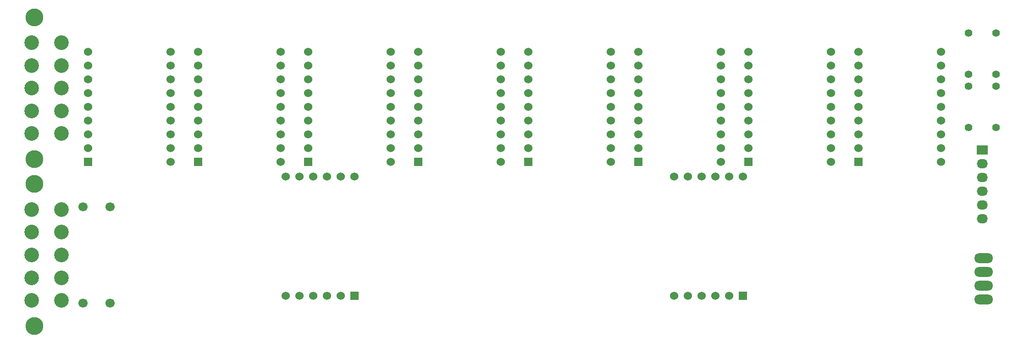
<source format=gbs>
G04 #@! TF.FileFunction,Soldermask,Bot*
%FSLAX46Y46*%
G04 Gerber Fmt 4.6, Leading zero omitted, Abs format (unit mm)*
G04 Created by KiCad (PCBNEW 4.0.0-rc1-stable) date 10/14/2015 11:53:49 PM*
%MOMM*%
G01*
G04 APERTURE LIST*
%ADD10C,0.100000*%
%ADD11C,1.700000*%
%ADD12O,3.500120X1.800860*%
%ADD13C,2.700000*%
%ADD14C,3.300000*%
%ADD15R,2.032000X1.727200*%
%ADD16O,2.032000X1.727200*%
%ADD17C,1.397000*%
%ADD18R,1.524000X1.524000*%
%ADD19C,1.524000*%
G04 APERTURE END LIST*
D10*
D11*
X77112500Y-117147500D03*
X72112500Y-117147500D03*
X72112500Y-134947500D03*
X77112500Y-134947500D03*
D12*
X238442500Y-134302500D03*
X238442500Y-131762500D03*
X238442500Y-129222500D03*
X238442500Y-126682500D03*
D13*
X68155000Y-95250000D03*
X62655000Y-95250000D03*
X68155000Y-99450000D03*
X62655000Y-99450000D03*
X68155000Y-103650000D03*
X62655000Y-103650000D03*
X62655000Y-91050000D03*
X68155000Y-91050000D03*
X62655000Y-86850000D03*
X68155000Y-86850000D03*
D14*
X63115000Y-108350000D03*
X63115000Y-82150000D03*
D13*
X68155000Y-126047500D03*
X62655000Y-126047500D03*
X68155000Y-130247500D03*
X62655000Y-130247500D03*
X68155000Y-134447500D03*
X62655000Y-134447500D03*
X62655000Y-121847500D03*
X68155000Y-121847500D03*
X62655000Y-117647500D03*
X68155000Y-117647500D03*
D14*
X63115000Y-139147500D03*
X63115000Y-112947500D03*
D15*
X238125000Y-106680000D03*
D16*
X238125000Y-109220000D03*
X238125000Y-111760000D03*
X238125000Y-114300000D03*
X238125000Y-116840000D03*
X238125000Y-119380000D03*
D17*
X235585000Y-85090000D03*
X240665000Y-85090000D03*
X235585000Y-92710000D03*
X240665000Y-92710000D03*
X235585000Y-94932500D03*
X240665000Y-94932500D03*
X235585000Y-102552500D03*
X240665000Y-102552500D03*
D18*
X122237500Y-133555000D03*
D19*
X119697500Y-133555000D03*
X117157500Y-133555000D03*
X114617500Y-133555000D03*
X112077500Y-133555000D03*
X109537500Y-133555000D03*
X109537500Y-111555000D03*
X112077500Y-111555000D03*
X114617500Y-111555000D03*
X117157500Y-111555000D03*
X119697500Y-111555000D03*
X122237500Y-111555000D03*
D18*
X193992500Y-133555000D03*
D19*
X191452500Y-133555000D03*
X188912500Y-133555000D03*
X186372500Y-133555000D03*
X183832500Y-133555000D03*
X181292500Y-133555000D03*
X181292500Y-111555000D03*
X183832500Y-111555000D03*
X186372500Y-111555000D03*
X188912500Y-111555000D03*
X191452500Y-111555000D03*
X193992500Y-111555000D03*
X215265000Y-103822500D03*
X215265000Y-101282500D03*
X215265000Y-98742500D03*
X215265000Y-96202500D03*
X215265000Y-93662500D03*
X215265000Y-91122500D03*
X215265000Y-88582500D03*
X230505000Y-88582500D03*
X230505000Y-91122500D03*
X230505000Y-93662500D03*
X230505000Y-96202500D03*
X230505000Y-98742500D03*
X230505000Y-101282500D03*
X230505000Y-103822500D03*
X215265000Y-106362500D03*
D18*
X215265000Y-108902500D03*
D19*
X230505000Y-106362500D03*
X230505000Y-108902500D03*
X194945000Y-103822500D03*
X194945000Y-101282500D03*
X194945000Y-98742500D03*
X194945000Y-96202500D03*
X194945000Y-93662500D03*
X194945000Y-91122500D03*
X194945000Y-88582500D03*
X210185000Y-88582500D03*
X210185000Y-91122500D03*
X210185000Y-93662500D03*
X210185000Y-96202500D03*
X210185000Y-98742500D03*
X210185000Y-101282500D03*
X210185000Y-103822500D03*
X194945000Y-106362500D03*
D18*
X194945000Y-108902500D03*
D19*
X210185000Y-106362500D03*
X210185000Y-108902500D03*
X174625000Y-103822500D03*
X174625000Y-101282500D03*
X174625000Y-98742500D03*
X174625000Y-96202500D03*
X174625000Y-93662500D03*
X174625000Y-91122500D03*
X174625000Y-88582500D03*
X189865000Y-88582500D03*
X189865000Y-91122500D03*
X189865000Y-93662500D03*
X189865000Y-96202500D03*
X189865000Y-98742500D03*
X189865000Y-101282500D03*
X189865000Y-103822500D03*
X174625000Y-106362500D03*
D18*
X174625000Y-108902500D03*
D19*
X189865000Y-106362500D03*
X189865000Y-108902500D03*
X154305000Y-103822500D03*
X154305000Y-101282500D03*
X154305000Y-98742500D03*
X154305000Y-96202500D03*
X154305000Y-93662500D03*
X154305000Y-91122500D03*
X154305000Y-88582500D03*
X169545000Y-88582500D03*
X169545000Y-91122500D03*
X169545000Y-93662500D03*
X169545000Y-96202500D03*
X169545000Y-98742500D03*
X169545000Y-101282500D03*
X169545000Y-103822500D03*
X154305000Y-106362500D03*
D18*
X154305000Y-108902500D03*
D19*
X169545000Y-106362500D03*
X169545000Y-108902500D03*
X133985000Y-103822500D03*
X133985000Y-101282500D03*
X133985000Y-98742500D03*
X133985000Y-96202500D03*
X133985000Y-93662500D03*
X133985000Y-91122500D03*
X133985000Y-88582500D03*
X149225000Y-88582500D03*
X149225000Y-91122500D03*
X149225000Y-93662500D03*
X149225000Y-96202500D03*
X149225000Y-98742500D03*
X149225000Y-101282500D03*
X149225000Y-103822500D03*
X133985000Y-106362500D03*
D18*
X133985000Y-108902500D03*
D19*
X149225000Y-106362500D03*
X149225000Y-108902500D03*
X113665000Y-103822500D03*
X113665000Y-101282500D03*
X113665000Y-98742500D03*
X113665000Y-96202500D03*
X113665000Y-93662500D03*
X113665000Y-91122500D03*
X113665000Y-88582500D03*
X128905000Y-88582500D03*
X128905000Y-91122500D03*
X128905000Y-93662500D03*
X128905000Y-96202500D03*
X128905000Y-98742500D03*
X128905000Y-101282500D03*
X128905000Y-103822500D03*
X113665000Y-106362500D03*
D18*
X113665000Y-108902500D03*
D19*
X128905000Y-106362500D03*
X128905000Y-108902500D03*
X93345000Y-103822500D03*
X93345000Y-101282500D03*
X93345000Y-98742500D03*
X93345000Y-96202500D03*
X93345000Y-93662500D03*
X93345000Y-91122500D03*
X93345000Y-88582500D03*
X108585000Y-88582500D03*
X108585000Y-91122500D03*
X108585000Y-93662500D03*
X108585000Y-96202500D03*
X108585000Y-98742500D03*
X108585000Y-101282500D03*
X108585000Y-103822500D03*
X93345000Y-106362500D03*
D18*
X93345000Y-108902500D03*
D19*
X108585000Y-106362500D03*
X108585000Y-108902500D03*
X73025000Y-103822500D03*
X73025000Y-101282500D03*
X73025000Y-98742500D03*
X73025000Y-96202500D03*
X73025000Y-93662500D03*
X73025000Y-91122500D03*
X73025000Y-88582500D03*
X88265000Y-88582500D03*
X88265000Y-91122500D03*
X88265000Y-93662500D03*
X88265000Y-96202500D03*
X88265000Y-98742500D03*
X88265000Y-101282500D03*
X88265000Y-103822500D03*
X73025000Y-106362500D03*
D18*
X73025000Y-108902500D03*
D19*
X88265000Y-106362500D03*
X88265000Y-108902500D03*
M02*

</source>
